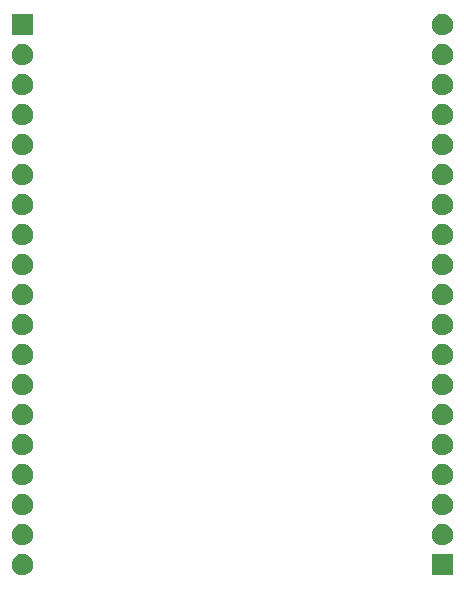
<source format=gbr>
G04 #@! TF.GenerationSoftware,KiCad,Pcbnew,(5.1.5)-3*
G04 #@! TF.CreationDate,2021-03-06T15:43:58-05:00*
G04 #@! TF.ProjectId,adc7953-breakout,61646337-3935-4332-9d62-7265616b6f75,rev?*
G04 #@! TF.SameCoordinates,Original*
G04 #@! TF.FileFunction,Soldermask,Bot*
G04 #@! TF.FilePolarity,Negative*
%FSLAX46Y46*%
G04 Gerber Fmt 4.6, Leading zero omitted, Abs format (unit mm)*
G04 Created by KiCad (PCBNEW (5.1.5)-3) date 2021-03-06 15:43:58*
%MOMM*%
%LPD*%
G04 APERTURE LIST*
%ADD10C,0.100000*%
G04 APERTURE END LIST*
D10*
G36*
X178701000Y-124091000D02*
G01*
X176899000Y-124091000D01*
X176899000Y-122289000D01*
X178701000Y-122289000D01*
X178701000Y-124091000D01*
G37*
G36*
X142353512Y-122293927D02*
G01*
X142502812Y-122323624D01*
X142666784Y-122391544D01*
X142814354Y-122490147D01*
X142939853Y-122615646D01*
X143038456Y-122763216D01*
X143106376Y-122927188D01*
X143141000Y-123101259D01*
X143141000Y-123278741D01*
X143106376Y-123452812D01*
X143038456Y-123616784D01*
X142939853Y-123764354D01*
X142814354Y-123889853D01*
X142666784Y-123988456D01*
X142502812Y-124056376D01*
X142353512Y-124086073D01*
X142328742Y-124091000D01*
X142151258Y-124091000D01*
X142126488Y-124086073D01*
X141977188Y-124056376D01*
X141813216Y-123988456D01*
X141665646Y-123889853D01*
X141540147Y-123764354D01*
X141441544Y-123616784D01*
X141373624Y-123452812D01*
X141339000Y-123278741D01*
X141339000Y-123101259D01*
X141373624Y-122927188D01*
X141441544Y-122763216D01*
X141540147Y-122615646D01*
X141665646Y-122490147D01*
X141813216Y-122391544D01*
X141977188Y-122323624D01*
X142126488Y-122293927D01*
X142151258Y-122289000D01*
X142328742Y-122289000D01*
X142353512Y-122293927D01*
G37*
G36*
X177913512Y-119753927D02*
G01*
X178062812Y-119783624D01*
X178226784Y-119851544D01*
X178374354Y-119950147D01*
X178499853Y-120075646D01*
X178598456Y-120223216D01*
X178666376Y-120387188D01*
X178701000Y-120561259D01*
X178701000Y-120738741D01*
X178666376Y-120912812D01*
X178598456Y-121076784D01*
X178499853Y-121224354D01*
X178374354Y-121349853D01*
X178226784Y-121448456D01*
X178062812Y-121516376D01*
X177913512Y-121546073D01*
X177888742Y-121551000D01*
X177711258Y-121551000D01*
X177686488Y-121546073D01*
X177537188Y-121516376D01*
X177373216Y-121448456D01*
X177225646Y-121349853D01*
X177100147Y-121224354D01*
X177001544Y-121076784D01*
X176933624Y-120912812D01*
X176899000Y-120738741D01*
X176899000Y-120561259D01*
X176933624Y-120387188D01*
X177001544Y-120223216D01*
X177100147Y-120075646D01*
X177225646Y-119950147D01*
X177373216Y-119851544D01*
X177537188Y-119783624D01*
X177686488Y-119753927D01*
X177711258Y-119749000D01*
X177888742Y-119749000D01*
X177913512Y-119753927D01*
G37*
G36*
X142353512Y-119753927D02*
G01*
X142502812Y-119783624D01*
X142666784Y-119851544D01*
X142814354Y-119950147D01*
X142939853Y-120075646D01*
X143038456Y-120223216D01*
X143106376Y-120387188D01*
X143141000Y-120561259D01*
X143141000Y-120738741D01*
X143106376Y-120912812D01*
X143038456Y-121076784D01*
X142939853Y-121224354D01*
X142814354Y-121349853D01*
X142666784Y-121448456D01*
X142502812Y-121516376D01*
X142353512Y-121546073D01*
X142328742Y-121551000D01*
X142151258Y-121551000D01*
X142126488Y-121546073D01*
X141977188Y-121516376D01*
X141813216Y-121448456D01*
X141665646Y-121349853D01*
X141540147Y-121224354D01*
X141441544Y-121076784D01*
X141373624Y-120912812D01*
X141339000Y-120738741D01*
X141339000Y-120561259D01*
X141373624Y-120387188D01*
X141441544Y-120223216D01*
X141540147Y-120075646D01*
X141665646Y-119950147D01*
X141813216Y-119851544D01*
X141977188Y-119783624D01*
X142126488Y-119753927D01*
X142151258Y-119749000D01*
X142328742Y-119749000D01*
X142353512Y-119753927D01*
G37*
G36*
X142353512Y-117213927D02*
G01*
X142502812Y-117243624D01*
X142666784Y-117311544D01*
X142814354Y-117410147D01*
X142939853Y-117535646D01*
X143038456Y-117683216D01*
X143106376Y-117847188D01*
X143141000Y-118021259D01*
X143141000Y-118198741D01*
X143106376Y-118372812D01*
X143038456Y-118536784D01*
X142939853Y-118684354D01*
X142814354Y-118809853D01*
X142666784Y-118908456D01*
X142502812Y-118976376D01*
X142353512Y-119006073D01*
X142328742Y-119011000D01*
X142151258Y-119011000D01*
X142126488Y-119006073D01*
X141977188Y-118976376D01*
X141813216Y-118908456D01*
X141665646Y-118809853D01*
X141540147Y-118684354D01*
X141441544Y-118536784D01*
X141373624Y-118372812D01*
X141339000Y-118198741D01*
X141339000Y-118021259D01*
X141373624Y-117847188D01*
X141441544Y-117683216D01*
X141540147Y-117535646D01*
X141665646Y-117410147D01*
X141813216Y-117311544D01*
X141977188Y-117243624D01*
X142126488Y-117213927D01*
X142151258Y-117209000D01*
X142328742Y-117209000D01*
X142353512Y-117213927D01*
G37*
G36*
X177913512Y-117213927D02*
G01*
X178062812Y-117243624D01*
X178226784Y-117311544D01*
X178374354Y-117410147D01*
X178499853Y-117535646D01*
X178598456Y-117683216D01*
X178666376Y-117847188D01*
X178701000Y-118021259D01*
X178701000Y-118198741D01*
X178666376Y-118372812D01*
X178598456Y-118536784D01*
X178499853Y-118684354D01*
X178374354Y-118809853D01*
X178226784Y-118908456D01*
X178062812Y-118976376D01*
X177913512Y-119006073D01*
X177888742Y-119011000D01*
X177711258Y-119011000D01*
X177686488Y-119006073D01*
X177537188Y-118976376D01*
X177373216Y-118908456D01*
X177225646Y-118809853D01*
X177100147Y-118684354D01*
X177001544Y-118536784D01*
X176933624Y-118372812D01*
X176899000Y-118198741D01*
X176899000Y-118021259D01*
X176933624Y-117847188D01*
X177001544Y-117683216D01*
X177100147Y-117535646D01*
X177225646Y-117410147D01*
X177373216Y-117311544D01*
X177537188Y-117243624D01*
X177686488Y-117213927D01*
X177711258Y-117209000D01*
X177888742Y-117209000D01*
X177913512Y-117213927D01*
G37*
G36*
X142353512Y-114673927D02*
G01*
X142502812Y-114703624D01*
X142666784Y-114771544D01*
X142814354Y-114870147D01*
X142939853Y-114995646D01*
X143038456Y-115143216D01*
X143106376Y-115307188D01*
X143141000Y-115481259D01*
X143141000Y-115658741D01*
X143106376Y-115832812D01*
X143038456Y-115996784D01*
X142939853Y-116144354D01*
X142814354Y-116269853D01*
X142666784Y-116368456D01*
X142502812Y-116436376D01*
X142353512Y-116466073D01*
X142328742Y-116471000D01*
X142151258Y-116471000D01*
X142126488Y-116466073D01*
X141977188Y-116436376D01*
X141813216Y-116368456D01*
X141665646Y-116269853D01*
X141540147Y-116144354D01*
X141441544Y-115996784D01*
X141373624Y-115832812D01*
X141339000Y-115658741D01*
X141339000Y-115481259D01*
X141373624Y-115307188D01*
X141441544Y-115143216D01*
X141540147Y-114995646D01*
X141665646Y-114870147D01*
X141813216Y-114771544D01*
X141977188Y-114703624D01*
X142126488Y-114673927D01*
X142151258Y-114669000D01*
X142328742Y-114669000D01*
X142353512Y-114673927D01*
G37*
G36*
X177913512Y-114673927D02*
G01*
X178062812Y-114703624D01*
X178226784Y-114771544D01*
X178374354Y-114870147D01*
X178499853Y-114995646D01*
X178598456Y-115143216D01*
X178666376Y-115307188D01*
X178701000Y-115481259D01*
X178701000Y-115658741D01*
X178666376Y-115832812D01*
X178598456Y-115996784D01*
X178499853Y-116144354D01*
X178374354Y-116269853D01*
X178226784Y-116368456D01*
X178062812Y-116436376D01*
X177913512Y-116466073D01*
X177888742Y-116471000D01*
X177711258Y-116471000D01*
X177686488Y-116466073D01*
X177537188Y-116436376D01*
X177373216Y-116368456D01*
X177225646Y-116269853D01*
X177100147Y-116144354D01*
X177001544Y-115996784D01*
X176933624Y-115832812D01*
X176899000Y-115658741D01*
X176899000Y-115481259D01*
X176933624Y-115307188D01*
X177001544Y-115143216D01*
X177100147Y-114995646D01*
X177225646Y-114870147D01*
X177373216Y-114771544D01*
X177537188Y-114703624D01*
X177686488Y-114673927D01*
X177711258Y-114669000D01*
X177888742Y-114669000D01*
X177913512Y-114673927D01*
G37*
G36*
X142353512Y-112133927D02*
G01*
X142502812Y-112163624D01*
X142666784Y-112231544D01*
X142814354Y-112330147D01*
X142939853Y-112455646D01*
X143038456Y-112603216D01*
X143106376Y-112767188D01*
X143141000Y-112941259D01*
X143141000Y-113118741D01*
X143106376Y-113292812D01*
X143038456Y-113456784D01*
X142939853Y-113604354D01*
X142814354Y-113729853D01*
X142666784Y-113828456D01*
X142502812Y-113896376D01*
X142353512Y-113926073D01*
X142328742Y-113931000D01*
X142151258Y-113931000D01*
X142126488Y-113926073D01*
X141977188Y-113896376D01*
X141813216Y-113828456D01*
X141665646Y-113729853D01*
X141540147Y-113604354D01*
X141441544Y-113456784D01*
X141373624Y-113292812D01*
X141339000Y-113118741D01*
X141339000Y-112941259D01*
X141373624Y-112767188D01*
X141441544Y-112603216D01*
X141540147Y-112455646D01*
X141665646Y-112330147D01*
X141813216Y-112231544D01*
X141977188Y-112163624D01*
X142126488Y-112133927D01*
X142151258Y-112129000D01*
X142328742Y-112129000D01*
X142353512Y-112133927D01*
G37*
G36*
X177913512Y-112133927D02*
G01*
X178062812Y-112163624D01*
X178226784Y-112231544D01*
X178374354Y-112330147D01*
X178499853Y-112455646D01*
X178598456Y-112603216D01*
X178666376Y-112767188D01*
X178701000Y-112941259D01*
X178701000Y-113118741D01*
X178666376Y-113292812D01*
X178598456Y-113456784D01*
X178499853Y-113604354D01*
X178374354Y-113729853D01*
X178226784Y-113828456D01*
X178062812Y-113896376D01*
X177913512Y-113926073D01*
X177888742Y-113931000D01*
X177711258Y-113931000D01*
X177686488Y-113926073D01*
X177537188Y-113896376D01*
X177373216Y-113828456D01*
X177225646Y-113729853D01*
X177100147Y-113604354D01*
X177001544Y-113456784D01*
X176933624Y-113292812D01*
X176899000Y-113118741D01*
X176899000Y-112941259D01*
X176933624Y-112767188D01*
X177001544Y-112603216D01*
X177100147Y-112455646D01*
X177225646Y-112330147D01*
X177373216Y-112231544D01*
X177537188Y-112163624D01*
X177686488Y-112133927D01*
X177711258Y-112129000D01*
X177888742Y-112129000D01*
X177913512Y-112133927D01*
G37*
G36*
X177913512Y-109593927D02*
G01*
X178062812Y-109623624D01*
X178226784Y-109691544D01*
X178374354Y-109790147D01*
X178499853Y-109915646D01*
X178598456Y-110063216D01*
X178666376Y-110227188D01*
X178701000Y-110401259D01*
X178701000Y-110578741D01*
X178666376Y-110752812D01*
X178598456Y-110916784D01*
X178499853Y-111064354D01*
X178374354Y-111189853D01*
X178226784Y-111288456D01*
X178062812Y-111356376D01*
X177913512Y-111386073D01*
X177888742Y-111391000D01*
X177711258Y-111391000D01*
X177686488Y-111386073D01*
X177537188Y-111356376D01*
X177373216Y-111288456D01*
X177225646Y-111189853D01*
X177100147Y-111064354D01*
X177001544Y-110916784D01*
X176933624Y-110752812D01*
X176899000Y-110578741D01*
X176899000Y-110401259D01*
X176933624Y-110227188D01*
X177001544Y-110063216D01*
X177100147Y-109915646D01*
X177225646Y-109790147D01*
X177373216Y-109691544D01*
X177537188Y-109623624D01*
X177686488Y-109593927D01*
X177711258Y-109589000D01*
X177888742Y-109589000D01*
X177913512Y-109593927D01*
G37*
G36*
X142353512Y-109593927D02*
G01*
X142502812Y-109623624D01*
X142666784Y-109691544D01*
X142814354Y-109790147D01*
X142939853Y-109915646D01*
X143038456Y-110063216D01*
X143106376Y-110227188D01*
X143141000Y-110401259D01*
X143141000Y-110578741D01*
X143106376Y-110752812D01*
X143038456Y-110916784D01*
X142939853Y-111064354D01*
X142814354Y-111189853D01*
X142666784Y-111288456D01*
X142502812Y-111356376D01*
X142353512Y-111386073D01*
X142328742Y-111391000D01*
X142151258Y-111391000D01*
X142126488Y-111386073D01*
X141977188Y-111356376D01*
X141813216Y-111288456D01*
X141665646Y-111189853D01*
X141540147Y-111064354D01*
X141441544Y-110916784D01*
X141373624Y-110752812D01*
X141339000Y-110578741D01*
X141339000Y-110401259D01*
X141373624Y-110227188D01*
X141441544Y-110063216D01*
X141540147Y-109915646D01*
X141665646Y-109790147D01*
X141813216Y-109691544D01*
X141977188Y-109623624D01*
X142126488Y-109593927D01*
X142151258Y-109589000D01*
X142328742Y-109589000D01*
X142353512Y-109593927D01*
G37*
G36*
X177913512Y-107053927D02*
G01*
X178062812Y-107083624D01*
X178226784Y-107151544D01*
X178374354Y-107250147D01*
X178499853Y-107375646D01*
X178598456Y-107523216D01*
X178666376Y-107687188D01*
X178701000Y-107861259D01*
X178701000Y-108038741D01*
X178666376Y-108212812D01*
X178598456Y-108376784D01*
X178499853Y-108524354D01*
X178374354Y-108649853D01*
X178226784Y-108748456D01*
X178062812Y-108816376D01*
X177913512Y-108846073D01*
X177888742Y-108851000D01*
X177711258Y-108851000D01*
X177686488Y-108846073D01*
X177537188Y-108816376D01*
X177373216Y-108748456D01*
X177225646Y-108649853D01*
X177100147Y-108524354D01*
X177001544Y-108376784D01*
X176933624Y-108212812D01*
X176899000Y-108038741D01*
X176899000Y-107861259D01*
X176933624Y-107687188D01*
X177001544Y-107523216D01*
X177100147Y-107375646D01*
X177225646Y-107250147D01*
X177373216Y-107151544D01*
X177537188Y-107083624D01*
X177686488Y-107053927D01*
X177711258Y-107049000D01*
X177888742Y-107049000D01*
X177913512Y-107053927D01*
G37*
G36*
X142353512Y-107053927D02*
G01*
X142502812Y-107083624D01*
X142666784Y-107151544D01*
X142814354Y-107250147D01*
X142939853Y-107375646D01*
X143038456Y-107523216D01*
X143106376Y-107687188D01*
X143141000Y-107861259D01*
X143141000Y-108038741D01*
X143106376Y-108212812D01*
X143038456Y-108376784D01*
X142939853Y-108524354D01*
X142814354Y-108649853D01*
X142666784Y-108748456D01*
X142502812Y-108816376D01*
X142353512Y-108846073D01*
X142328742Y-108851000D01*
X142151258Y-108851000D01*
X142126488Y-108846073D01*
X141977188Y-108816376D01*
X141813216Y-108748456D01*
X141665646Y-108649853D01*
X141540147Y-108524354D01*
X141441544Y-108376784D01*
X141373624Y-108212812D01*
X141339000Y-108038741D01*
X141339000Y-107861259D01*
X141373624Y-107687188D01*
X141441544Y-107523216D01*
X141540147Y-107375646D01*
X141665646Y-107250147D01*
X141813216Y-107151544D01*
X141977188Y-107083624D01*
X142126488Y-107053927D01*
X142151258Y-107049000D01*
X142328742Y-107049000D01*
X142353512Y-107053927D01*
G37*
G36*
X177913512Y-104513927D02*
G01*
X178062812Y-104543624D01*
X178226784Y-104611544D01*
X178374354Y-104710147D01*
X178499853Y-104835646D01*
X178598456Y-104983216D01*
X178666376Y-105147188D01*
X178701000Y-105321259D01*
X178701000Y-105498741D01*
X178666376Y-105672812D01*
X178598456Y-105836784D01*
X178499853Y-105984354D01*
X178374354Y-106109853D01*
X178226784Y-106208456D01*
X178062812Y-106276376D01*
X177913512Y-106306073D01*
X177888742Y-106311000D01*
X177711258Y-106311000D01*
X177686488Y-106306073D01*
X177537188Y-106276376D01*
X177373216Y-106208456D01*
X177225646Y-106109853D01*
X177100147Y-105984354D01*
X177001544Y-105836784D01*
X176933624Y-105672812D01*
X176899000Y-105498741D01*
X176899000Y-105321259D01*
X176933624Y-105147188D01*
X177001544Y-104983216D01*
X177100147Y-104835646D01*
X177225646Y-104710147D01*
X177373216Y-104611544D01*
X177537188Y-104543624D01*
X177686488Y-104513927D01*
X177711258Y-104509000D01*
X177888742Y-104509000D01*
X177913512Y-104513927D01*
G37*
G36*
X142353512Y-104513927D02*
G01*
X142502812Y-104543624D01*
X142666784Y-104611544D01*
X142814354Y-104710147D01*
X142939853Y-104835646D01*
X143038456Y-104983216D01*
X143106376Y-105147188D01*
X143141000Y-105321259D01*
X143141000Y-105498741D01*
X143106376Y-105672812D01*
X143038456Y-105836784D01*
X142939853Y-105984354D01*
X142814354Y-106109853D01*
X142666784Y-106208456D01*
X142502812Y-106276376D01*
X142353512Y-106306073D01*
X142328742Y-106311000D01*
X142151258Y-106311000D01*
X142126488Y-106306073D01*
X141977188Y-106276376D01*
X141813216Y-106208456D01*
X141665646Y-106109853D01*
X141540147Y-105984354D01*
X141441544Y-105836784D01*
X141373624Y-105672812D01*
X141339000Y-105498741D01*
X141339000Y-105321259D01*
X141373624Y-105147188D01*
X141441544Y-104983216D01*
X141540147Y-104835646D01*
X141665646Y-104710147D01*
X141813216Y-104611544D01*
X141977188Y-104543624D01*
X142126488Y-104513927D01*
X142151258Y-104509000D01*
X142328742Y-104509000D01*
X142353512Y-104513927D01*
G37*
G36*
X177913512Y-101973927D02*
G01*
X178062812Y-102003624D01*
X178226784Y-102071544D01*
X178374354Y-102170147D01*
X178499853Y-102295646D01*
X178598456Y-102443216D01*
X178666376Y-102607188D01*
X178701000Y-102781259D01*
X178701000Y-102958741D01*
X178666376Y-103132812D01*
X178598456Y-103296784D01*
X178499853Y-103444354D01*
X178374354Y-103569853D01*
X178226784Y-103668456D01*
X178062812Y-103736376D01*
X177913512Y-103766073D01*
X177888742Y-103771000D01*
X177711258Y-103771000D01*
X177686488Y-103766073D01*
X177537188Y-103736376D01*
X177373216Y-103668456D01*
X177225646Y-103569853D01*
X177100147Y-103444354D01*
X177001544Y-103296784D01*
X176933624Y-103132812D01*
X176899000Y-102958741D01*
X176899000Y-102781259D01*
X176933624Y-102607188D01*
X177001544Y-102443216D01*
X177100147Y-102295646D01*
X177225646Y-102170147D01*
X177373216Y-102071544D01*
X177537188Y-102003624D01*
X177686488Y-101973927D01*
X177711258Y-101969000D01*
X177888742Y-101969000D01*
X177913512Y-101973927D01*
G37*
G36*
X142353512Y-101973927D02*
G01*
X142502812Y-102003624D01*
X142666784Y-102071544D01*
X142814354Y-102170147D01*
X142939853Y-102295646D01*
X143038456Y-102443216D01*
X143106376Y-102607188D01*
X143141000Y-102781259D01*
X143141000Y-102958741D01*
X143106376Y-103132812D01*
X143038456Y-103296784D01*
X142939853Y-103444354D01*
X142814354Y-103569853D01*
X142666784Y-103668456D01*
X142502812Y-103736376D01*
X142353512Y-103766073D01*
X142328742Y-103771000D01*
X142151258Y-103771000D01*
X142126488Y-103766073D01*
X141977188Y-103736376D01*
X141813216Y-103668456D01*
X141665646Y-103569853D01*
X141540147Y-103444354D01*
X141441544Y-103296784D01*
X141373624Y-103132812D01*
X141339000Y-102958741D01*
X141339000Y-102781259D01*
X141373624Y-102607188D01*
X141441544Y-102443216D01*
X141540147Y-102295646D01*
X141665646Y-102170147D01*
X141813216Y-102071544D01*
X141977188Y-102003624D01*
X142126488Y-101973927D01*
X142151258Y-101969000D01*
X142328742Y-101969000D01*
X142353512Y-101973927D01*
G37*
G36*
X142353512Y-99433927D02*
G01*
X142502812Y-99463624D01*
X142666784Y-99531544D01*
X142814354Y-99630147D01*
X142939853Y-99755646D01*
X143038456Y-99903216D01*
X143106376Y-100067188D01*
X143141000Y-100241259D01*
X143141000Y-100418741D01*
X143106376Y-100592812D01*
X143038456Y-100756784D01*
X142939853Y-100904354D01*
X142814354Y-101029853D01*
X142666784Y-101128456D01*
X142502812Y-101196376D01*
X142353512Y-101226073D01*
X142328742Y-101231000D01*
X142151258Y-101231000D01*
X142126488Y-101226073D01*
X141977188Y-101196376D01*
X141813216Y-101128456D01*
X141665646Y-101029853D01*
X141540147Y-100904354D01*
X141441544Y-100756784D01*
X141373624Y-100592812D01*
X141339000Y-100418741D01*
X141339000Y-100241259D01*
X141373624Y-100067188D01*
X141441544Y-99903216D01*
X141540147Y-99755646D01*
X141665646Y-99630147D01*
X141813216Y-99531544D01*
X141977188Y-99463624D01*
X142126488Y-99433927D01*
X142151258Y-99429000D01*
X142328742Y-99429000D01*
X142353512Y-99433927D01*
G37*
G36*
X177913512Y-99433927D02*
G01*
X178062812Y-99463624D01*
X178226784Y-99531544D01*
X178374354Y-99630147D01*
X178499853Y-99755646D01*
X178598456Y-99903216D01*
X178666376Y-100067188D01*
X178701000Y-100241259D01*
X178701000Y-100418741D01*
X178666376Y-100592812D01*
X178598456Y-100756784D01*
X178499853Y-100904354D01*
X178374354Y-101029853D01*
X178226784Y-101128456D01*
X178062812Y-101196376D01*
X177913512Y-101226073D01*
X177888742Y-101231000D01*
X177711258Y-101231000D01*
X177686488Y-101226073D01*
X177537188Y-101196376D01*
X177373216Y-101128456D01*
X177225646Y-101029853D01*
X177100147Y-100904354D01*
X177001544Y-100756784D01*
X176933624Y-100592812D01*
X176899000Y-100418741D01*
X176899000Y-100241259D01*
X176933624Y-100067188D01*
X177001544Y-99903216D01*
X177100147Y-99755646D01*
X177225646Y-99630147D01*
X177373216Y-99531544D01*
X177537188Y-99463624D01*
X177686488Y-99433927D01*
X177711258Y-99429000D01*
X177888742Y-99429000D01*
X177913512Y-99433927D01*
G37*
G36*
X142353512Y-96893927D02*
G01*
X142502812Y-96923624D01*
X142666784Y-96991544D01*
X142814354Y-97090147D01*
X142939853Y-97215646D01*
X143038456Y-97363216D01*
X143106376Y-97527188D01*
X143141000Y-97701259D01*
X143141000Y-97878741D01*
X143106376Y-98052812D01*
X143038456Y-98216784D01*
X142939853Y-98364354D01*
X142814354Y-98489853D01*
X142666784Y-98588456D01*
X142502812Y-98656376D01*
X142353512Y-98686073D01*
X142328742Y-98691000D01*
X142151258Y-98691000D01*
X142126488Y-98686073D01*
X141977188Y-98656376D01*
X141813216Y-98588456D01*
X141665646Y-98489853D01*
X141540147Y-98364354D01*
X141441544Y-98216784D01*
X141373624Y-98052812D01*
X141339000Y-97878741D01*
X141339000Y-97701259D01*
X141373624Y-97527188D01*
X141441544Y-97363216D01*
X141540147Y-97215646D01*
X141665646Y-97090147D01*
X141813216Y-96991544D01*
X141977188Y-96923624D01*
X142126488Y-96893927D01*
X142151258Y-96889000D01*
X142328742Y-96889000D01*
X142353512Y-96893927D01*
G37*
G36*
X177913512Y-96893927D02*
G01*
X178062812Y-96923624D01*
X178226784Y-96991544D01*
X178374354Y-97090147D01*
X178499853Y-97215646D01*
X178598456Y-97363216D01*
X178666376Y-97527188D01*
X178701000Y-97701259D01*
X178701000Y-97878741D01*
X178666376Y-98052812D01*
X178598456Y-98216784D01*
X178499853Y-98364354D01*
X178374354Y-98489853D01*
X178226784Y-98588456D01*
X178062812Y-98656376D01*
X177913512Y-98686073D01*
X177888742Y-98691000D01*
X177711258Y-98691000D01*
X177686488Y-98686073D01*
X177537188Y-98656376D01*
X177373216Y-98588456D01*
X177225646Y-98489853D01*
X177100147Y-98364354D01*
X177001544Y-98216784D01*
X176933624Y-98052812D01*
X176899000Y-97878741D01*
X176899000Y-97701259D01*
X176933624Y-97527188D01*
X177001544Y-97363216D01*
X177100147Y-97215646D01*
X177225646Y-97090147D01*
X177373216Y-96991544D01*
X177537188Y-96923624D01*
X177686488Y-96893927D01*
X177711258Y-96889000D01*
X177888742Y-96889000D01*
X177913512Y-96893927D01*
G37*
G36*
X177913512Y-94353927D02*
G01*
X178062812Y-94383624D01*
X178226784Y-94451544D01*
X178374354Y-94550147D01*
X178499853Y-94675646D01*
X178598456Y-94823216D01*
X178666376Y-94987188D01*
X178701000Y-95161259D01*
X178701000Y-95338741D01*
X178666376Y-95512812D01*
X178598456Y-95676784D01*
X178499853Y-95824354D01*
X178374354Y-95949853D01*
X178226784Y-96048456D01*
X178062812Y-96116376D01*
X177913512Y-96146073D01*
X177888742Y-96151000D01*
X177711258Y-96151000D01*
X177686488Y-96146073D01*
X177537188Y-96116376D01*
X177373216Y-96048456D01*
X177225646Y-95949853D01*
X177100147Y-95824354D01*
X177001544Y-95676784D01*
X176933624Y-95512812D01*
X176899000Y-95338741D01*
X176899000Y-95161259D01*
X176933624Y-94987188D01*
X177001544Y-94823216D01*
X177100147Y-94675646D01*
X177225646Y-94550147D01*
X177373216Y-94451544D01*
X177537188Y-94383624D01*
X177686488Y-94353927D01*
X177711258Y-94349000D01*
X177888742Y-94349000D01*
X177913512Y-94353927D01*
G37*
G36*
X142353512Y-94353927D02*
G01*
X142502812Y-94383624D01*
X142666784Y-94451544D01*
X142814354Y-94550147D01*
X142939853Y-94675646D01*
X143038456Y-94823216D01*
X143106376Y-94987188D01*
X143141000Y-95161259D01*
X143141000Y-95338741D01*
X143106376Y-95512812D01*
X143038456Y-95676784D01*
X142939853Y-95824354D01*
X142814354Y-95949853D01*
X142666784Y-96048456D01*
X142502812Y-96116376D01*
X142353512Y-96146073D01*
X142328742Y-96151000D01*
X142151258Y-96151000D01*
X142126488Y-96146073D01*
X141977188Y-96116376D01*
X141813216Y-96048456D01*
X141665646Y-95949853D01*
X141540147Y-95824354D01*
X141441544Y-95676784D01*
X141373624Y-95512812D01*
X141339000Y-95338741D01*
X141339000Y-95161259D01*
X141373624Y-94987188D01*
X141441544Y-94823216D01*
X141540147Y-94675646D01*
X141665646Y-94550147D01*
X141813216Y-94451544D01*
X141977188Y-94383624D01*
X142126488Y-94353927D01*
X142151258Y-94349000D01*
X142328742Y-94349000D01*
X142353512Y-94353927D01*
G37*
G36*
X177913512Y-91813927D02*
G01*
X178062812Y-91843624D01*
X178226784Y-91911544D01*
X178374354Y-92010147D01*
X178499853Y-92135646D01*
X178598456Y-92283216D01*
X178666376Y-92447188D01*
X178701000Y-92621259D01*
X178701000Y-92798741D01*
X178666376Y-92972812D01*
X178598456Y-93136784D01*
X178499853Y-93284354D01*
X178374354Y-93409853D01*
X178226784Y-93508456D01*
X178062812Y-93576376D01*
X177913512Y-93606073D01*
X177888742Y-93611000D01*
X177711258Y-93611000D01*
X177686488Y-93606073D01*
X177537188Y-93576376D01*
X177373216Y-93508456D01*
X177225646Y-93409853D01*
X177100147Y-93284354D01*
X177001544Y-93136784D01*
X176933624Y-92972812D01*
X176899000Y-92798741D01*
X176899000Y-92621259D01*
X176933624Y-92447188D01*
X177001544Y-92283216D01*
X177100147Y-92135646D01*
X177225646Y-92010147D01*
X177373216Y-91911544D01*
X177537188Y-91843624D01*
X177686488Y-91813927D01*
X177711258Y-91809000D01*
X177888742Y-91809000D01*
X177913512Y-91813927D01*
G37*
G36*
X142353512Y-91813927D02*
G01*
X142502812Y-91843624D01*
X142666784Y-91911544D01*
X142814354Y-92010147D01*
X142939853Y-92135646D01*
X143038456Y-92283216D01*
X143106376Y-92447188D01*
X143141000Y-92621259D01*
X143141000Y-92798741D01*
X143106376Y-92972812D01*
X143038456Y-93136784D01*
X142939853Y-93284354D01*
X142814354Y-93409853D01*
X142666784Y-93508456D01*
X142502812Y-93576376D01*
X142353512Y-93606073D01*
X142328742Y-93611000D01*
X142151258Y-93611000D01*
X142126488Y-93606073D01*
X141977188Y-93576376D01*
X141813216Y-93508456D01*
X141665646Y-93409853D01*
X141540147Y-93284354D01*
X141441544Y-93136784D01*
X141373624Y-92972812D01*
X141339000Y-92798741D01*
X141339000Y-92621259D01*
X141373624Y-92447188D01*
X141441544Y-92283216D01*
X141540147Y-92135646D01*
X141665646Y-92010147D01*
X141813216Y-91911544D01*
X141977188Y-91843624D01*
X142126488Y-91813927D01*
X142151258Y-91809000D01*
X142328742Y-91809000D01*
X142353512Y-91813927D01*
G37*
G36*
X177913512Y-89273927D02*
G01*
X178062812Y-89303624D01*
X178226784Y-89371544D01*
X178374354Y-89470147D01*
X178499853Y-89595646D01*
X178598456Y-89743216D01*
X178666376Y-89907188D01*
X178701000Y-90081259D01*
X178701000Y-90258741D01*
X178666376Y-90432812D01*
X178598456Y-90596784D01*
X178499853Y-90744354D01*
X178374354Y-90869853D01*
X178226784Y-90968456D01*
X178062812Y-91036376D01*
X177913512Y-91066073D01*
X177888742Y-91071000D01*
X177711258Y-91071000D01*
X177686488Y-91066073D01*
X177537188Y-91036376D01*
X177373216Y-90968456D01*
X177225646Y-90869853D01*
X177100147Y-90744354D01*
X177001544Y-90596784D01*
X176933624Y-90432812D01*
X176899000Y-90258741D01*
X176899000Y-90081259D01*
X176933624Y-89907188D01*
X177001544Y-89743216D01*
X177100147Y-89595646D01*
X177225646Y-89470147D01*
X177373216Y-89371544D01*
X177537188Y-89303624D01*
X177686488Y-89273927D01*
X177711258Y-89269000D01*
X177888742Y-89269000D01*
X177913512Y-89273927D01*
G37*
G36*
X142353512Y-89273927D02*
G01*
X142502812Y-89303624D01*
X142666784Y-89371544D01*
X142814354Y-89470147D01*
X142939853Y-89595646D01*
X143038456Y-89743216D01*
X143106376Y-89907188D01*
X143141000Y-90081259D01*
X143141000Y-90258741D01*
X143106376Y-90432812D01*
X143038456Y-90596784D01*
X142939853Y-90744354D01*
X142814354Y-90869853D01*
X142666784Y-90968456D01*
X142502812Y-91036376D01*
X142353512Y-91066073D01*
X142328742Y-91071000D01*
X142151258Y-91071000D01*
X142126488Y-91066073D01*
X141977188Y-91036376D01*
X141813216Y-90968456D01*
X141665646Y-90869853D01*
X141540147Y-90744354D01*
X141441544Y-90596784D01*
X141373624Y-90432812D01*
X141339000Y-90258741D01*
X141339000Y-90081259D01*
X141373624Y-89907188D01*
X141441544Y-89743216D01*
X141540147Y-89595646D01*
X141665646Y-89470147D01*
X141813216Y-89371544D01*
X141977188Y-89303624D01*
X142126488Y-89273927D01*
X142151258Y-89269000D01*
X142328742Y-89269000D01*
X142353512Y-89273927D01*
G37*
G36*
X177913512Y-86733927D02*
G01*
X178062812Y-86763624D01*
X178226784Y-86831544D01*
X178374354Y-86930147D01*
X178499853Y-87055646D01*
X178598456Y-87203216D01*
X178666376Y-87367188D01*
X178701000Y-87541259D01*
X178701000Y-87718741D01*
X178666376Y-87892812D01*
X178598456Y-88056784D01*
X178499853Y-88204354D01*
X178374354Y-88329853D01*
X178226784Y-88428456D01*
X178062812Y-88496376D01*
X177913512Y-88526073D01*
X177888742Y-88531000D01*
X177711258Y-88531000D01*
X177686488Y-88526073D01*
X177537188Y-88496376D01*
X177373216Y-88428456D01*
X177225646Y-88329853D01*
X177100147Y-88204354D01*
X177001544Y-88056784D01*
X176933624Y-87892812D01*
X176899000Y-87718741D01*
X176899000Y-87541259D01*
X176933624Y-87367188D01*
X177001544Y-87203216D01*
X177100147Y-87055646D01*
X177225646Y-86930147D01*
X177373216Y-86831544D01*
X177537188Y-86763624D01*
X177686488Y-86733927D01*
X177711258Y-86729000D01*
X177888742Y-86729000D01*
X177913512Y-86733927D01*
G37*
G36*
X142353512Y-86733927D02*
G01*
X142502812Y-86763624D01*
X142666784Y-86831544D01*
X142814354Y-86930147D01*
X142939853Y-87055646D01*
X143038456Y-87203216D01*
X143106376Y-87367188D01*
X143141000Y-87541259D01*
X143141000Y-87718741D01*
X143106376Y-87892812D01*
X143038456Y-88056784D01*
X142939853Y-88204354D01*
X142814354Y-88329853D01*
X142666784Y-88428456D01*
X142502812Y-88496376D01*
X142353512Y-88526073D01*
X142328742Y-88531000D01*
X142151258Y-88531000D01*
X142126488Y-88526073D01*
X141977188Y-88496376D01*
X141813216Y-88428456D01*
X141665646Y-88329853D01*
X141540147Y-88204354D01*
X141441544Y-88056784D01*
X141373624Y-87892812D01*
X141339000Y-87718741D01*
X141339000Y-87541259D01*
X141373624Y-87367188D01*
X141441544Y-87203216D01*
X141540147Y-87055646D01*
X141665646Y-86930147D01*
X141813216Y-86831544D01*
X141977188Y-86763624D01*
X142126488Y-86733927D01*
X142151258Y-86729000D01*
X142328742Y-86729000D01*
X142353512Y-86733927D01*
G37*
G36*
X142353512Y-84193927D02*
G01*
X142502812Y-84223624D01*
X142666784Y-84291544D01*
X142814354Y-84390147D01*
X142939853Y-84515646D01*
X143038456Y-84663216D01*
X143106376Y-84827188D01*
X143141000Y-85001259D01*
X143141000Y-85178741D01*
X143106376Y-85352812D01*
X143038456Y-85516784D01*
X142939853Y-85664354D01*
X142814354Y-85789853D01*
X142666784Y-85888456D01*
X142502812Y-85956376D01*
X142353512Y-85986073D01*
X142328742Y-85991000D01*
X142151258Y-85991000D01*
X142126488Y-85986073D01*
X141977188Y-85956376D01*
X141813216Y-85888456D01*
X141665646Y-85789853D01*
X141540147Y-85664354D01*
X141441544Y-85516784D01*
X141373624Y-85352812D01*
X141339000Y-85178741D01*
X141339000Y-85001259D01*
X141373624Y-84827188D01*
X141441544Y-84663216D01*
X141540147Y-84515646D01*
X141665646Y-84390147D01*
X141813216Y-84291544D01*
X141977188Y-84223624D01*
X142126488Y-84193927D01*
X142151258Y-84189000D01*
X142328742Y-84189000D01*
X142353512Y-84193927D01*
G37*
G36*
X177913512Y-84193927D02*
G01*
X178062812Y-84223624D01*
X178226784Y-84291544D01*
X178374354Y-84390147D01*
X178499853Y-84515646D01*
X178598456Y-84663216D01*
X178666376Y-84827188D01*
X178701000Y-85001259D01*
X178701000Y-85178741D01*
X178666376Y-85352812D01*
X178598456Y-85516784D01*
X178499853Y-85664354D01*
X178374354Y-85789853D01*
X178226784Y-85888456D01*
X178062812Y-85956376D01*
X177913512Y-85986073D01*
X177888742Y-85991000D01*
X177711258Y-85991000D01*
X177686488Y-85986073D01*
X177537188Y-85956376D01*
X177373216Y-85888456D01*
X177225646Y-85789853D01*
X177100147Y-85664354D01*
X177001544Y-85516784D01*
X176933624Y-85352812D01*
X176899000Y-85178741D01*
X176899000Y-85001259D01*
X176933624Y-84827188D01*
X177001544Y-84663216D01*
X177100147Y-84515646D01*
X177225646Y-84390147D01*
X177373216Y-84291544D01*
X177537188Y-84223624D01*
X177686488Y-84193927D01*
X177711258Y-84189000D01*
X177888742Y-84189000D01*
X177913512Y-84193927D01*
G37*
G36*
X177913512Y-81653927D02*
G01*
X178062812Y-81683624D01*
X178226784Y-81751544D01*
X178374354Y-81850147D01*
X178499853Y-81975646D01*
X178598456Y-82123216D01*
X178666376Y-82287188D01*
X178701000Y-82461259D01*
X178701000Y-82638741D01*
X178666376Y-82812812D01*
X178598456Y-82976784D01*
X178499853Y-83124354D01*
X178374354Y-83249853D01*
X178226784Y-83348456D01*
X178062812Y-83416376D01*
X177913512Y-83446073D01*
X177888742Y-83451000D01*
X177711258Y-83451000D01*
X177686488Y-83446073D01*
X177537188Y-83416376D01*
X177373216Y-83348456D01*
X177225646Y-83249853D01*
X177100147Y-83124354D01*
X177001544Y-82976784D01*
X176933624Y-82812812D01*
X176899000Y-82638741D01*
X176899000Y-82461259D01*
X176933624Y-82287188D01*
X177001544Y-82123216D01*
X177100147Y-81975646D01*
X177225646Y-81850147D01*
X177373216Y-81751544D01*
X177537188Y-81683624D01*
X177686488Y-81653927D01*
X177711258Y-81649000D01*
X177888742Y-81649000D01*
X177913512Y-81653927D01*
G37*
G36*
X142353512Y-81653927D02*
G01*
X142502812Y-81683624D01*
X142666784Y-81751544D01*
X142814354Y-81850147D01*
X142939853Y-81975646D01*
X143038456Y-82123216D01*
X143106376Y-82287188D01*
X143141000Y-82461259D01*
X143141000Y-82638741D01*
X143106376Y-82812812D01*
X143038456Y-82976784D01*
X142939853Y-83124354D01*
X142814354Y-83249853D01*
X142666784Y-83348456D01*
X142502812Y-83416376D01*
X142353512Y-83446073D01*
X142328742Y-83451000D01*
X142151258Y-83451000D01*
X142126488Y-83446073D01*
X141977188Y-83416376D01*
X141813216Y-83348456D01*
X141665646Y-83249853D01*
X141540147Y-83124354D01*
X141441544Y-82976784D01*
X141373624Y-82812812D01*
X141339000Y-82638741D01*
X141339000Y-82461259D01*
X141373624Y-82287188D01*
X141441544Y-82123216D01*
X141540147Y-81975646D01*
X141665646Y-81850147D01*
X141813216Y-81751544D01*
X141977188Y-81683624D01*
X142126488Y-81653927D01*
X142151258Y-81649000D01*
X142328742Y-81649000D01*
X142353512Y-81653927D01*
G37*
G36*
X177913512Y-79113927D02*
G01*
X178062812Y-79143624D01*
X178226784Y-79211544D01*
X178374354Y-79310147D01*
X178499853Y-79435646D01*
X178598456Y-79583216D01*
X178666376Y-79747188D01*
X178701000Y-79921259D01*
X178701000Y-80098741D01*
X178666376Y-80272812D01*
X178598456Y-80436784D01*
X178499853Y-80584354D01*
X178374354Y-80709853D01*
X178226784Y-80808456D01*
X178062812Y-80876376D01*
X177913512Y-80906073D01*
X177888742Y-80911000D01*
X177711258Y-80911000D01*
X177686488Y-80906073D01*
X177537188Y-80876376D01*
X177373216Y-80808456D01*
X177225646Y-80709853D01*
X177100147Y-80584354D01*
X177001544Y-80436784D01*
X176933624Y-80272812D01*
X176899000Y-80098741D01*
X176899000Y-79921259D01*
X176933624Y-79747188D01*
X177001544Y-79583216D01*
X177100147Y-79435646D01*
X177225646Y-79310147D01*
X177373216Y-79211544D01*
X177537188Y-79143624D01*
X177686488Y-79113927D01*
X177711258Y-79109000D01*
X177888742Y-79109000D01*
X177913512Y-79113927D01*
G37*
G36*
X142353512Y-79113927D02*
G01*
X142502812Y-79143624D01*
X142666784Y-79211544D01*
X142814354Y-79310147D01*
X142939853Y-79435646D01*
X143038456Y-79583216D01*
X143106376Y-79747188D01*
X143141000Y-79921259D01*
X143141000Y-80098741D01*
X143106376Y-80272812D01*
X143038456Y-80436784D01*
X142939853Y-80584354D01*
X142814354Y-80709853D01*
X142666784Y-80808456D01*
X142502812Y-80876376D01*
X142353512Y-80906073D01*
X142328742Y-80911000D01*
X142151258Y-80911000D01*
X142126488Y-80906073D01*
X141977188Y-80876376D01*
X141813216Y-80808456D01*
X141665646Y-80709853D01*
X141540147Y-80584354D01*
X141441544Y-80436784D01*
X141373624Y-80272812D01*
X141339000Y-80098741D01*
X141339000Y-79921259D01*
X141373624Y-79747188D01*
X141441544Y-79583216D01*
X141540147Y-79435646D01*
X141665646Y-79310147D01*
X141813216Y-79211544D01*
X141977188Y-79143624D01*
X142126488Y-79113927D01*
X142151258Y-79109000D01*
X142328742Y-79109000D01*
X142353512Y-79113927D01*
G37*
G36*
X143141000Y-78371000D02*
G01*
X141339000Y-78371000D01*
X141339000Y-76569000D01*
X143141000Y-76569000D01*
X143141000Y-78371000D01*
G37*
G36*
X177913512Y-76573927D02*
G01*
X178062812Y-76603624D01*
X178226784Y-76671544D01*
X178374354Y-76770147D01*
X178499853Y-76895646D01*
X178598456Y-77043216D01*
X178666376Y-77207188D01*
X178701000Y-77381259D01*
X178701000Y-77558741D01*
X178666376Y-77732812D01*
X178598456Y-77896784D01*
X178499853Y-78044354D01*
X178374354Y-78169853D01*
X178226784Y-78268456D01*
X178062812Y-78336376D01*
X177913512Y-78366073D01*
X177888742Y-78371000D01*
X177711258Y-78371000D01*
X177686488Y-78366073D01*
X177537188Y-78336376D01*
X177373216Y-78268456D01*
X177225646Y-78169853D01*
X177100147Y-78044354D01*
X177001544Y-77896784D01*
X176933624Y-77732812D01*
X176899000Y-77558741D01*
X176899000Y-77381259D01*
X176933624Y-77207188D01*
X177001544Y-77043216D01*
X177100147Y-76895646D01*
X177225646Y-76770147D01*
X177373216Y-76671544D01*
X177537188Y-76603624D01*
X177686488Y-76573927D01*
X177711258Y-76569000D01*
X177888742Y-76569000D01*
X177913512Y-76573927D01*
G37*
M02*

</source>
